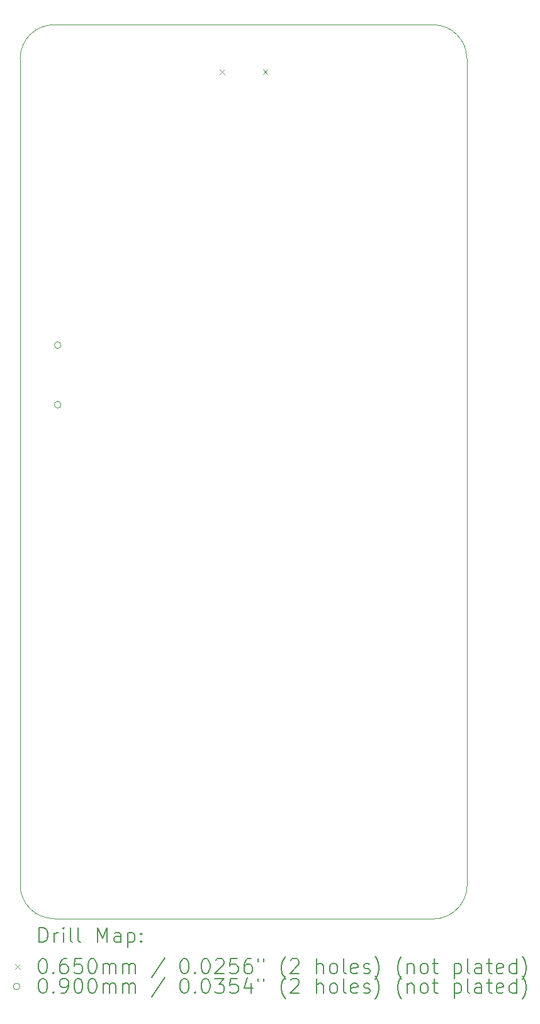
<source format=gbr>
%TF.GenerationSoftware,KiCad,Pcbnew,8.0.3*%
%TF.CreationDate,2025-07-22T23:59:46+01:00*%
%TF.ProjectId,Athena,41746865-6e61-42e6-9b69-6361645f7063,rev?*%
%TF.SameCoordinates,Original*%
%TF.FileFunction,Drillmap*%
%TF.FilePolarity,Positive*%
%FSLAX45Y45*%
G04 Gerber Fmt 4.5, Leading zero omitted, Abs format (unit mm)*
G04 Created by KiCad (PCBNEW 8.0.3) date 2025-07-22 23:59:46*
%MOMM*%
%LPD*%
G01*
G04 APERTURE LIST*
%ADD10C,0.050000*%
%ADD11C,0.200000*%
%ADD12C,0.100000*%
G04 APERTURE END LIST*
D10*
X15100300Y-16459200D02*
X10002520Y-16454120D01*
X10002520Y-16454120D02*
G75*
G02*
X9545883Y-15996991I-2520J454120D01*
G01*
X9545001Y-4897299D02*
G75*
G02*
X9997440Y-4445000I454999J-2701D01*
G01*
X15559195Y-16002065D02*
G75*
G02*
X15100300Y-16459200I-459195J2065D01*
G01*
X15554995Y-4902188D02*
X15559195Y-16002065D01*
X9997440Y-4445000D02*
X15100300Y-4445000D01*
X15100300Y-4445000D02*
G75*
G02*
X15554995Y-4902188I-300J-455000D01*
G01*
X9545883Y-15996991D02*
X9545001Y-4897299D01*
D11*
D12*
X12233500Y-5043000D02*
X12298500Y-5108000D01*
X12298500Y-5043000D02*
X12233500Y-5108000D01*
X12811500Y-5043000D02*
X12876500Y-5108000D01*
X12876500Y-5043000D02*
X12811500Y-5108000D01*
X10095000Y-8750000D02*
G75*
G02*
X10005000Y-8750000I-45000J0D01*
G01*
X10005000Y-8750000D02*
G75*
G02*
X10095000Y-8750000I45000J0D01*
G01*
X10095000Y-9550000D02*
G75*
G02*
X10005000Y-9550000I-45000J0D01*
G01*
X10005000Y-9550000D02*
G75*
G02*
X10095000Y-9550000I45000J0D01*
G01*
D11*
X9803278Y-16773184D02*
X9803278Y-16573184D01*
X9803278Y-16573184D02*
X9850897Y-16573184D01*
X9850897Y-16573184D02*
X9879468Y-16582707D01*
X9879468Y-16582707D02*
X9898516Y-16601755D01*
X9898516Y-16601755D02*
X9908040Y-16620803D01*
X9908040Y-16620803D02*
X9917563Y-16658898D01*
X9917563Y-16658898D02*
X9917563Y-16687469D01*
X9917563Y-16687469D02*
X9908040Y-16725565D01*
X9908040Y-16725565D02*
X9898516Y-16744612D01*
X9898516Y-16744612D02*
X9879468Y-16763660D01*
X9879468Y-16763660D02*
X9850897Y-16773184D01*
X9850897Y-16773184D02*
X9803278Y-16773184D01*
X10003278Y-16773184D02*
X10003278Y-16639850D01*
X10003278Y-16677946D02*
X10012801Y-16658898D01*
X10012801Y-16658898D02*
X10022325Y-16649374D01*
X10022325Y-16649374D02*
X10041373Y-16639850D01*
X10041373Y-16639850D02*
X10060421Y-16639850D01*
X10127087Y-16773184D02*
X10127087Y-16639850D01*
X10127087Y-16573184D02*
X10117563Y-16582707D01*
X10117563Y-16582707D02*
X10127087Y-16592231D01*
X10127087Y-16592231D02*
X10136611Y-16582707D01*
X10136611Y-16582707D02*
X10127087Y-16573184D01*
X10127087Y-16573184D02*
X10127087Y-16592231D01*
X10250897Y-16773184D02*
X10231849Y-16763660D01*
X10231849Y-16763660D02*
X10222325Y-16744612D01*
X10222325Y-16744612D02*
X10222325Y-16573184D01*
X10355659Y-16773184D02*
X10336611Y-16763660D01*
X10336611Y-16763660D02*
X10327087Y-16744612D01*
X10327087Y-16744612D02*
X10327087Y-16573184D01*
X10584230Y-16773184D02*
X10584230Y-16573184D01*
X10584230Y-16573184D02*
X10650897Y-16716041D01*
X10650897Y-16716041D02*
X10717563Y-16573184D01*
X10717563Y-16573184D02*
X10717563Y-16773184D01*
X10898516Y-16773184D02*
X10898516Y-16668422D01*
X10898516Y-16668422D02*
X10888992Y-16649374D01*
X10888992Y-16649374D02*
X10869944Y-16639850D01*
X10869944Y-16639850D02*
X10831849Y-16639850D01*
X10831849Y-16639850D02*
X10812801Y-16649374D01*
X10898516Y-16763660D02*
X10879468Y-16773184D01*
X10879468Y-16773184D02*
X10831849Y-16773184D01*
X10831849Y-16773184D02*
X10812801Y-16763660D01*
X10812801Y-16763660D02*
X10803278Y-16744612D01*
X10803278Y-16744612D02*
X10803278Y-16725565D01*
X10803278Y-16725565D02*
X10812801Y-16706517D01*
X10812801Y-16706517D02*
X10831849Y-16696993D01*
X10831849Y-16696993D02*
X10879468Y-16696993D01*
X10879468Y-16696993D02*
X10898516Y-16687469D01*
X10993754Y-16639850D02*
X10993754Y-16839850D01*
X10993754Y-16649374D02*
X11012801Y-16639850D01*
X11012801Y-16639850D02*
X11050897Y-16639850D01*
X11050897Y-16639850D02*
X11069944Y-16649374D01*
X11069944Y-16649374D02*
X11079468Y-16658898D01*
X11079468Y-16658898D02*
X11088992Y-16677946D01*
X11088992Y-16677946D02*
X11088992Y-16735088D01*
X11088992Y-16735088D02*
X11079468Y-16754136D01*
X11079468Y-16754136D02*
X11069944Y-16763660D01*
X11069944Y-16763660D02*
X11050897Y-16773184D01*
X11050897Y-16773184D02*
X11012801Y-16773184D01*
X11012801Y-16773184D02*
X10993754Y-16763660D01*
X11174706Y-16754136D02*
X11184230Y-16763660D01*
X11184230Y-16763660D02*
X11174706Y-16773184D01*
X11174706Y-16773184D02*
X11165182Y-16763660D01*
X11165182Y-16763660D02*
X11174706Y-16754136D01*
X11174706Y-16754136D02*
X11174706Y-16773184D01*
X11174706Y-16649374D02*
X11184230Y-16658898D01*
X11184230Y-16658898D02*
X11174706Y-16668422D01*
X11174706Y-16668422D02*
X11165182Y-16658898D01*
X11165182Y-16658898D02*
X11174706Y-16649374D01*
X11174706Y-16649374D02*
X11174706Y-16668422D01*
D12*
X9477501Y-17069200D02*
X9542501Y-17134200D01*
X9542501Y-17069200D02*
X9477501Y-17134200D01*
D11*
X9841373Y-16993184D02*
X9860421Y-16993184D01*
X9860421Y-16993184D02*
X9879468Y-17002708D01*
X9879468Y-17002708D02*
X9888992Y-17012231D01*
X9888992Y-17012231D02*
X9898516Y-17031279D01*
X9898516Y-17031279D02*
X9908040Y-17069374D01*
X9908040Y-17069374D02*
X9908040Y-17116993D01*
X9908040Y-17116993D02*
X9898516Y-17155088D01*
X9898516Y-17155088D02*
X9888992Y-17174136D01*
X9888992Y-17174136D02*
X9879468Y-17183660D01*
X9879468Y-17183660D02*
X9860421Y-17193184D01*
X9860421Y-17193184D02*
X9841373Y-17193184D01*
X9841373Y-17193184D02*
X9822325Y-17183660D01*
X9822325Y-17183660D02*
X9812801Y-17174136D01*
X9812801Y-17174136D02*
X9803278Y-17155088D01*
X9803278Y-17155088D02*
X9793754Y-17116993D01*
X9793754Y-17116993D02*
X9793754Y-17069374D01*
X9793754Y-17069374D02*
X9803278Y-17031279D01*
X9803278Y-17031279D02*
X9812801Y-17012231D01*
X9812801Y-17012231D02*
X9822325Y-17002708D01*
X9822325Y-17002708D02*
X9841373Y-16993184D01*
X9993754Y-17174136D02*
X10003278Y-17183660D01*
X10003278Y-17183660D02*
X9993754Y-17193184D01*
X9993754Y-17193184D02*
X9984230Y-17183660D01*
X9984230Y-17183660D02*
X9993754Y-17174136D01*
X9993754Y-17174136D02*
X9993754Y-17193184D01*
X10174706Y-16993184D02*
X10136611Y-16993184D01*
X10136611Y-16993184D02*
X10117563Y-17002708D01*
X10117563Y-17002708D02*
X10108040Y-17012231D01*
X10108040Y-17012231D02*
X10088992Y-17040803D01*
X10088992Y-17040803D02*
X10079468Y-17078898D01*
X10079468Y-17078898D02*
X10079468Y-17155088D01*
X10079468Y-17155088D02*
X10088992Y-17174136D01*
X10088992Y-17174136D02*
X10098516Y-17183660D01*
X10098516Y-17183660D02*
X10117563Y-17193184D01*
X10117563Y-17193184D02*
X10155659Y-17193184D01*
X10155659Y-17193184D02*
X10174706Y-17183660D01*
X10174706Y-17183660D02*
X10184230Y-17174136D01*
X10184230Y-17174136D02*
X10193754Y-17155088D01*
X10193754Y-17155088D02*
X10193754Y-17107469D01*
X10193754Y-17107469D02*
X10184230Y-17088422D01*
X10184230Y-17088422D02*
X10174706Y-17078898D01*
X10174706Y-17078898D02*
X10155659Y-17069374D01*
X10155659Y-17069374D02*
X10117563Y-17069374D01*
X10117563Y-17069374D02*
X10098516Y-17078898D01*
X10098516Y-17078898D02*
X10088992Y-17088422D01*
X10088992Y-17088422D02*
X10079468Y-17107469D01*
X10374706Y-16993184D02*
X10279468Y-16993184D01*
X10279468Y-16993184D02*
X10269944Y-17088422D01*
X10269944Y-17088422D02*
X10279468Y-17078898D01*
X10279468Y-17078898D02*
X10298516Y-17069374D01*
X10298516Y-17069374D02*
X10346135Y-17069374D01*
X10346135Y-17069374D02*
X10365182Y-17078898D01*
X10365182Y-17078898D02*
X10374706Y-17088422D01*
X10374706Y-17088422D02*
X10384230Y-17107469D01*
X10384230Y-17107469D02*
X10384230Y-17155088D01*
X10384230Y-17155088D02*
X10374706Y-17174136D01*
X10374706Y-17174136D02*
X10365182Y-17183660D01*
X10365182Y-17183660D02*
X10346135Y-17193184D01*
X10346135Y-17193184D02*
X10298516Y-17193184D01*
X10298516Y-17193184D02*
X10279468Y-17183660D01*
X10279468Y-17183660D02*
X10269944Y-17174136D01*
X10508040Y-16993184D02*
X10527087Y-16993184D01*
X10527087Y-16993184D02*
X10546135Y-17002708D01*
X10546135Y-17002708D02*
X10555659Y-17012231D01*
X10555659Y-17012231D02*
X10565182Y-17031279D01*
X10565182Y-17031279D02*
X10574706Y-17069374D01*
X10574706Y-17069374D02*
X10574706Y-17116993D01*
X10574706Y-17116993D02*
X10565182Y-17155088D01*
X10565182Y-17155088D02*
X10555659Y-17174136D01*
X10555659Y-17174136D02*
X10546135Y-17183660D01*
X10546135Y-17183660D02*
X10527087Y-17193184D01*
X10527087Y-17193184D02*
X10508040Y-17193184D01*
X10508040Y-17193184D02*
X10488992Y-17183660D01*
X10488992Y-17183660D02*
X10479468Y-17174136D01*
X10479468Y-17174136D02*
X10469944Y-17155088D01*
X10469944Y-17155088D02*
X10460421Y-17116993D01*
X10460421Y-17116993D02*
X10460421Y-17069374D01*
X10460421Y-17069374D02*
X10469944Y-17031279D01*
X10469944Y-17031279D02*
X10479468Y-17012231D01*
X10479468Y-17012231D02*
X10488992Y-17002708D01*
X10488992Y-17002708D02*
X10508040Y-16993184D01*
X10660421Y-17193184D02*
X10660421Y-17059850D01*
X10660421Y-17078898D02*
X10669944Y-17069374D01*
X10669944Y-17069374D02*
X10688992Y-17059850D01*
X10688992Y-17059850D02*
X10717563Y-17059850D01*
X10717563Y-17059850D02*
X10736611Y-17069374D01*
X10736611Y-17069374D02*
X10746135Y-17088422D01*
X10746135Y-17088422D02*
X10746135Y-17193184D01*
X10746135Y-17088422D02*
X10755659Y-17069374D01*
X10755659Y-17069374D02*
X10774706Y-17059850D01*
X10774706Y-17059850D02*
X10803278Y-17059850D01*
X10803278Y-17059850D02*
X10822325Y-17069374D01*
X10822325Y-17069374D02*
X10831849Y-17088422D01*
X10831849Y-17088422D02*
X10831849Y-17193184D01*
X10927087Y-17193184D02*
X10927087Y-17059850D01*
X10927087Y-17078898D02*
X10936611Y-17069374D01*
X10936611Y-17069374D02*
X10955659Y-17059850D01*
X10955659Y-17059850D02*
X10984230Y-17059850D01*
X10984230Y-17059850D02*
X11003278Y-17069374D01*
X11003278Y-17069374D02*
X11012802Y-17088422D01*
X11012802Y-17088422D02*
X11012802Y-17193184D01*
X11012802Y-17088422D02*
X11022325Y-17069374D01*
X11022325Y-17069374D02*
X11041373Y-17059850D01*
X11041373Y-17059850D02*
X11069944Y-17059850D01*
X11069944Y-17059850D02*
X11088992Y-17069374D01*
X11088992Y-17069374D02*
X11098516Y-17088422D01*
X11098516Y-17088422D02*
X11098516Y-17193184D01*
X11488992Y-16983660D02*
X11317563Y-17240803D01*
X11746135Y-16993184D02*
X11765183Y-16993184D01*
X11765183Y-16993184D02*
X11784230Y-17002708D01*
X11784230Y-17002708D02*
X11793754Y-17012231D01*
X11793754Y-17012231D02*
X11803278Y-17031279D01*
X11803278Y-17031279D02*
X11812802Y-17069374D01*
X11812802Y-17069374D02*
X11812802Y-17116993D01*
X11812802Y-17116993D02*
X11803278Y-17155088D01*
X11803278Y-17155088D02*
X11793754Y-17174136D01*
X11793754Y-17174136D02*
X11784230Y-17183660D01*
X11784230Y-17183660D02*
X11765183Y-17193184D01*
X11765183Y-17193184D02*
X11746135Y-17193184D01*
X11746135Y-17193184D02*
X11727087Y-17183660D01*
X11727087Y-17183660D02*
X11717563Y-17174136D01*
X11717563Y-17174136D02*
X11708040Y-17155088D01*
X11708040Y-17155088D02*
X11698516Y-17116993D01*
X11698516Y-17116993D02*
X11698516Y-17069374D01*
X11698516Y-17069374D02*
X11708040Y-17031279D01*
X11708040Y-17031279D02*
X11717563Y-17012231D01*
X11717563Y-17012231D02*
X11727087Y-17002708D01*
X11727087Y-17002708D02*
X11746135Y-16993184D01*
X11898516Y-17174136D02*
X11908040Y-17183660D01*
X11908040Y-17183660D02*
X11898516Y-17193184D01*
X11898516Y-17193184D02*
X11888992Y-17183660D01*
X11888992Y-17183660D02*
X11898516Y-17174136D01*
X11898516Y-17174136D02*
X11898516Y-17193184D01*
X12031849Y-16993184D02*
X12050897Y-16993184D01*
X12050897Y-16993184D02*
X12069944Y-17002708D01*
X12069944Y-17002708D02*
X12079468Y-17012231D01*
X12079468Y-17012231D02*
X12088992Y-17031279D01*
X12088992Y-17031279D02*
X12098516Y-17069374D01*
X12098516Y-17069374D02*
X12098516Y-17116993D01*
X12098516Y-17116993D02*
X12088992Y-17155088D01*
X12088992Y-17155088D02*
X12079468Y-17174136D01*
X12079468Y-17174136D02*
X12069944Y-17183660D01*
X12069944Y-17183660D02*
X12050897Y-17193184D01*
X12050897Y-17193184D02*
X12031849Y-17193184D01*
X12031849Y-17193184D02*
X12012802Y-17183660D01*
X12012802Y-17183660D02*
X12003278Y-17174136D01*
X12003278Y-17174136D02*
X11993754Y-17155088D01*
X11993754Y-17155088D02*
X11984230Y-17116993D01*
X11984230Y-17116993D02*
X11984230Y-17069374D01*
X11984230Y-17069374D02*
X11993754Y-17031279D01*
X11993754Y-17031279D02*
X12003278Y-17012231D01*
X12003278Y-17012231D02*
X12012802Y-17002708D01*
X12012802Y-17002708D02*
X12031849Y-16993184D01*
X12174706Y-17012231D02*
X12184230Y-17002708D01*
X12184230Y-17002708D02*
X12203278Y-16993184D01*
X12203278Y-16993184D02*
X12250897Y-16993184D01*
X12250897Y-16993184D02*
X12269944Y-17002708D01*
X12269944Y-17002708D02*
X12279468Y-17012231D01*
X12279468Y-17012231D02*
X12288992Y-17031279D01*
X12288992Y-17031279D02*
X12288992Y-17050327D01*
X12288992Y-17050327D02*
X12279468Y-17078898D01*
X12279468Y-17078898D02*
X12165183Y-17193184D01*
X12165183Y-17193184D02*
X12288992Y-17193184D01*
X12469944Y-16993184D02*
X12374706Y-16993184D01*
X12374706Y-16993184D02*
X12365183Y-17088422D01*
X12365183Y-17088422D02*
X12374706Y-17078898D01*
X12374706Y-17078898D02*
X12393754Y-17069374D01*
X12393754Y-17069374D02*
X12441373Y-17069374D01*
X12441373Y-17069374D02*
X12460421Y-17078898D01*
X12460421Y-17078898D02*
X12469944Y-17088422D01*
X12469944Y-17088422D02*
X12479468Y-17107469D01*
X12479468Y-17107469D02*
X12479468Y-17155088D01*
X12479468Y-17155088D02*
X12469944Y-17174136D01*
X12469944Y-17174136D02*
X12460421Y-17183660D01*
X12460421Y-17183660D02*
X12441373Y-17193184D01*
X12441373Y-17193184D02*
X12393754Y-17193184D01*
X12393754Y-17193184D02*
X12374706Y-17183660D01*
X12374706Y-17183660D02*
X12365183Y-17174136D01*
X12650897Y-16993184D02*
X12612802Y-16993184D01*
X12612802Y-16993184D02*
X12593754Y-17002708D01*
X12593754Y-17002708D02*
X12584230Y-17012231D01*
X12584230Y-17012231D02*
X12565183Y-17040803D01*
X12565183Y-17040803D02*
X12555659Y-17078898D01*
X12555659Y-17078898D02*
X12555659Y-17155088D01*
X12555659Y-17155088D02*
X12565183Y-17174136D01*
X12565183Y-17174136D02*
X12574706Y-17183660D01*
X12574706Y-17183660D02*
X12593754Y-17193184D01*
X12593754Y-17193184D02*
X12631849Y-17193184D01*
X12631849Y-17193184D02*
X12650897Y-17183660D01*
X12650897Y-17183660D02*
X12660421Y-17174136D01*
X12660421Y-17174136D02*
X12669944Y-17155088D01*
X12669944Y-17155088D02*
X12669944Y-17107469D01*
X12669944Y-17107469D02*
X12660421Y-17088422D01*
X12660421Y-17088422D02*
X12650897Y-17078898D01*
X12650897Y-17078898D02*
X12631849Y-17069374D01*
X12631849Y-17069374D02*
X12593754Y-17069374D01*
X12593754Y-17069374D02*
X12574706Y-17078898D01*
X12574706Y-17078898D02*
X12565183Y-17088422D01*
X12565183Y-17088422D02*
X12555659Y-17107469D01*
X12746135Y-16993184D02*
X12746135Y-17031279D01*
X12822325Y-16993184D02*
X12822325Y-17031279D01*
X13117564Y-17269374D02*
X13108040Y-17259850D01*
X13108040Y-17259850D02*
X13088992Y-17231279D01*
X13088992Y-17231279D02*
X13079468Y-17212231D01*
X13079468Y-17212231D02*
X13069945Y-17183660D01*
X13069945Y-17183660D02*
X13060421Y-17136041D01*
X13060421Y-17136041D02*
X13060421Y-17097946D01*
X13060421Y-17097946D02*
X13069945Y-17050327D01*
X13069945Y-17050327D02*
X13079468Y-17021755D01*
X13079468Y-17021755D02*
X13088992Y-17002708D01*
X13088992Y-17002708D02*
X13108040Y-16974136D01*
X13108040Y-16974136D02*
X13117564Y-16964612D01*
X13184230Y-17012231D02*
X13193754Y-17002708D01*
X13193754Y-17002708D02*
X13212802Y-16993184D01*
X13212802Y-16993184D02*
X13260421Y-16993184D01*
X13260421Y-16993184D02*
X13279468Y-17002708D01*
X13279468Y-17002708D02*
X13288992Y-17012231D01*
X13288992Y-17012231D02*
X13298516Y-17031279D01*
X13298516Y-17031279D02*
X13298516Y-17050327D01*
X13298516Y-17050327D02*
X13288992Y-17078898D01*
X13288992Y-17078898D02*
X13174706Y-17193184D01*
X13174706Y-17193184D02*
X13298516Y-17193184D01*
X13536611Y-17193184D02*
X13536611Y-16993184D01*
X13622326Y-17193184D02*
X13622326Y-17088422D01*
X13622326Y-17088422D02*
X13612802Y-17069374D01*
X13612802Y-17069374D02*
X13593754Y-17059850D01*
X13593754Y-17059850D02*
X13565183Y-17059850D01*
X13565183Y-17059850D02*
X13546135Y-17069374D01*
X13546135Y-17069374D02*
X13536611Y-17078898D01*
X13746135Y-17193184D02*
X13727087Y-17183660D01*
X13727087Y-17183660D02*
X13717564Y-17174136D01*
X13717564Y-17174136D02*
X13708040Y-17155088D01*
X13708040Y-17155088D02*
X13708040Y-17097946D01*
X13708040Y-17097946D02*
X13717564Y-17078898D01*
X13717564Y-17078898D02*
X13727087Y-17069374D01*
X13727087Y-17069374D02*
X13746135Y-17059850D01*
X13746135Y-17059850D02*
X13774707Y-17059850D01*
X13774707Y-17059850D02*
X13793754Y-17069374D01*
X13793754Y-17069374D02*
X13803278Y-17078898D01*
X13803278Y-17078898D02*
X13812802Y-17097946D01*
X13812802Y-17097946D02*
X13812802Y-17155088D01*
X13812802Y-17155088D02*
X13803278Y-17174136D01*
X13803278Y-17174136D02*
X13793754Y-17183660D01*
X13793754Y-17183660D02*
X13774707Y-17193184D01*
X13774707Y-17193184D02*
X13746135Y-17193184D01*
X13927087Y-17193184D02*
X13908040Y-17183660D01*
X13908040Y-17183660D02*
X13898516Y-17164612D01*
X13898516Y-17164612D02*
X13898516Y-16993184D01*
X14079468Y-17183660D02*
X14060421Y-17193184D01*
X14060421Y-17193184D02*
X14022326Y-17193184D01*
X14022326Y-17193184D02*
X14003278Y-17183660D01*
X14003278Y-17183660D02*
X13993754Y-17164612D01*
X13993754Y-17164612D02*
X13993754Y-17088422D01*
X13993754Y-17088422D02*
X14003278Y-17069374D01*
X14003278Y-17069374D02*
X14022326Y-17059850D01*
X14022326Y-17059850D02*
X14060421Y-17059850D01*
X14060421Y-17059850D02*
X14079468Y-17069374D01*
X14079468Y-17069374D02*
X14088992Y-17088422D01*
X14088992Y-17088422D02*
X14088992Y-17107469D01*
X14088992Y-17107469D02*
X13993754Y-17126517D01*
X14165183Y-17183660D02*
X14184230Y-17193184D01*
X14184230Y-17193184D02*
X14222326Y-17193184D01*
X14222326Y-17193184D02*
X14241373Y-17183660D01*
X14241373Y-17183660D02*
X14250897Y-17164612D01*
X14250897Y-17164612D02*
X14250897Y-17155088D01*
X14250897Y-17155088D02*
X14241373Y-17136041D01*
X14241373Y-17136041D02*
X14222326Y-17126517D01*
X14222326Y-17126517D02*
X14193754Y-17126517D01*
X14193754Y-17126517D02*
X14174707Y-17116993D01*
X14174707Y-17116993D02*
X14165183Y-17097946D01*
X14165183Y-17097946D02*
X14165183Y-17088422D01*
X14165183Y-17088422D02*
X14174707Y-17069374D01*
X14174707Y-17069374D02*
X14193754Y-17059850D01*
X14193754Y-17059850D02*
X14222326Y-17059850D01*
X14222326Y-17059850D02*
X14241373Y-17069374D01*
X14317564Y-17269374D02*
X14327088Y-17259850D01*
X14327088Y-17259850D02*
X14346135Y-17231279D01*
X14346135Y-17231279D02*
X14355659Y-17212231D01*
X14355659Y-17212231D02*
X14365183Y-17183660D01*
X14365183Y-17183660D02*
X14374707Y-17136041D01*
X14374707Y-17136041D02*
X14374707Y-17097946D01*
X14374707Y-17097946D02*
X14365183Y-17050327D01*
X14365183Y-17050327D02*
X14355659Y-17021755D01*
X14355659Y-17021755D02*
X14346135Y-17002708D01*
X14346135Y-17002708D02*
X14327088Y-16974136D01*
X14327088Y-16974136D02*
X14317564Y-16964612D01*
X14679469Y-17269374D02*
X14669945Y-17259850D01*
X14669945Y-17259850D02*
X14650897Y-17231279D01*
X14650897Y-17231279D02*
X14641373Y-17212231D01*
X14641373Y-17212231D02*
X14631849Y-17183660D01*
X14631849Y-17183660D02*
X14622326Y-17136041D01*
X14622326Y-17136041D02*
X14622326Y-17097946D01*
X14622326Y-17097946D02*
X14631849Y-17050327D01*
X14631849Y-17050327D02*
X14641373Y-17021755D01*
X14641373Y-17021755D02*
X14650897Y-17002708D01*
X14650897Y-17002708D02*
X14669945Y-16974136D01*
X14669945Y-16974136D02*
X14679469Y-16964612D01*
X14755659Y-17059850D02*
X14755659Y-17193184D01*
X14755659Y-17078898D02*
X14765183Y-17069374D01*
X14765183Y-17069374D02*
X14784230Y-17059850D01*
X14784230Y-17059850D02*
X14812802Y-17059850D01*
X14812802Y-17059850D02*
X14831849Y-17069374D01*
X14831849Y-17069374D02*
X14841373Y-17088422D01*
X14841373Y-17088422D02*
X14841373Y-17193184D01*
X14965183Y-17193184D02*
X14946135Y-17183660D01*
X14946135Y-17183660D02*
X14936611Y-17174136D01*
X14936611Y-17174136D02*
X14927088Y-17155088D01*
X14927088Y-17155088D02*
X14927088Y-17097946D01*
X14927088Y-17097946D02*
X14936611Y-17078898D01*
X14936611Y-17078898D02*
X14946135Y-17069374D01*
X14946135Y-17069374D02*
X14965183Y-17059850D01*
X14965183Y-17059850D02*
X14993754Y-17059850D01*
X14993754Y-17059850D02*
X15012802Y-17069374D01*
X15012802Y-17069374D02*
X15022326Y-17078898D01*
X15022326Y-17078898D02*
X15031849Y-17097946D01*
X15031849Y-17097946D02*
X15031849Y-17155088D01*
X15031849Y-17155088D02*
X15022326Y-17174136D01*
X15022326Y-17174136D02*
X15012802Y-17183660D01*
X15012802Y-17183660D02*
X14993754Y-17193184D01*
X14993754Y-17193184D02*
X14965183Y-17193184D01*
X15088992Y-17059850D02*
X15165183Y-17059850D01*
X15117564Y-16993184D02*
X15117564Y-17164612D01*
X15117564Y-17164612D02*
X15127088Y-17183660D01*
X15127088Y-17183660D02*
X15146135Y-17193184D01*
X15146135Y-17193184D02*
X15165183Y-17193184D01*
X15384230Y-17059850D02*
X15384230Y-17259850D01*
X15384230Y-17069374D02*
X15403278Y-17059850D01*
X15403278Y-17059850D02*
X15441373Y-17059850D01*
X15441373Y-17059850D02*
X15460421Y-17069374D01*
X15460421Y-17069374D02*
X15469945Y-17078898D01*
X15469945Y-17078898D02*
X15479469Y-17097946D01*
X15479469Y-17097946D02*
X15479469Y-17155088D01*
X15479469Y-17155088D02*
X15469945Y-17174136D01*
X15469945Y-17174136D02*
X15460421Y-17183660D01*
X15460421Y-17183660D02*
X15441373Y-17193184D01*
X15441373Y-17193184D02*
X15403278Y-17193184D01*
X15403278Y-17193184D02*
X15384230Y-17183660D01*
X15593754Y-17193184D02*
X15574707Y-17183660D01*
X15574707Y-17183660D02*
X15565183Y-17164612D01*
X15565183Y-17164612D02*
X15565183Y-16993184D01*
X15755659Y-17193184D02*
X15755659Y-17088422D01*
X15755659Y-17088422D02*
X15746135Y-17069374D01*
X15746135Y-17069374D02*
X15727088Y-17059850D01*
X15727088Y-17059850D02*
X15688992Y-17059850D01*
X15688992Y-17059850D02*
X15669945Y-17069374D01*
X15755659Y-17183660D02*
X15736611Y-17193184D01*
X15736611Y-17193184D02*
X15688992Y-17193184D01*
X15688992Y-17193184D02*
X15669945Y-17183660D01*
X15669945Y-17183660D02*
X15660421Y-17164612D01*
X15660421Y-17164612D02*
X15660421Y-17145565D01*
X15660421Y-17145565D02*
X15669945Y-17126517D01*
X15669945Y-17126517D02*
X15688992Y-17116993D01*
X15688992Y-17116993D02*
X15736611Y-17116993D01*
X15736611Y-17116993D02*
X15755659Y-17107469D01*
X15822326Y-17059850D02*
X15898516Y-17059850D01*
X15850897Y-16993184D02*
X15850897Y-17164612D01*
X15850897Y-17164612D02*
X15860421Y-17183660D01*
X15860421Y-17183660D02*
X15879469Y-17193184D01*
X15879469Y-17193184D02*
X15898516Y-17193184D01*
X16041373Y-17183660D02*
X16022326Y-17193184D01*
X16022326Y-17193184D02*
X15984230Y-17193184D01*
X15984230Y-17193184D02*
X15965183Y-17183660D01*
X15965183Y-17183660D02*
X15955659Y-17164612D01*
X15955659Y-17164612D02*
X15955659Y-17088422D01*
X15955659Y-17088422D02*
X15965183Y-17069374D01*
X15965183Y-17069374D02*
X15984230Y-17059850D01*
X15984230Y-17059850D02*
X16022326Y-17059850D01*
X16022326Y-17059850D02*
X16041373Y-17069374D01*
X16041373Y-17069374D02*
X16050897Y-17088422D01*
X16050897Y-17088422D02*
X16050897Y-17107469D01*
X16050897Y-17107469D02*
X15955659Y-17126517D01*
X16222326Y-17193184D02*
X16222326Y-16993184D01*
X16222326Y-17183660D02*
X16203278Y-17193184D01*
X16203278Y-17193184D02*
X16165183Y-17193184D01*
X16165183Y-17193184D02*
X16146135Y-17183660D01*
X16146135Y-17183660D02*
X16136611Y-17174136D01*
X16136611Y-17174136D02*
X16127088Y-17155088D01*
X16127088Y-17155088D02*
X16127088Y-17097946D01*
X16127088Y-17097946D02*
X16136611Y-17078898D01*
X16136611Y-17078898D02*
X16146135Y-17069374D01*
X16146135Y-17069374D02*
X16165183Y-17059850D01*
X16165183Y-17059850D02*
X16203278Y-17059850D01*
X16203278Y-17059850D02*
X16222326Y-17069374D01*
X16298516Y-17269374D02*
X16308040Y-17259850D01*
X16308040Y-17259850D02*
X16327088Y-17231279D01*
X16327088Y-17231279D02*
X16336611Y-17212231D01*
X16336611Y-17212231D02*
X16346135Y-17183660D01*
X16346135Y-17183660D02*
X16355659Y-17136041D01*
X16355659Y-17136041D02*
X16355659Y-17097946D01*
X16355659Y-17097946D02*
X16346135Y-17050327D01*
X16346135Y-17050327D02*
X16336611Y-17021755D01*
X16336611Y-17021755D02*
X16327088Y-17002708D01*
X16327088Y-17002708D02*
X16308040Y-16974136D01*
X16308040Y-16974136D02*
X16298516Y-16964612D01*
D12*
X9542501Y-17365700D02*
G75*
G02*
X9452501Y-17365700I-45000J0D01*
G01*
X9452501Y-17365700D02*
G75*
G02*
X9542501Y-17365700I45000J0D01*
G01*
D11*
X9841373Y-17257184D02*
X9860421Y-17257184D01*
X9860421Y-17257184D02*
X9879468Y-17266708D01*
X9879468Y-17266708D02*
X9888992Y-17276231D01*
X9888992Y-17276231D02*
X9898516Y-17295279D01*
X9898516Y-17295279D02*
X9908040Y-17333374D01*
X9908040Y-17333374D02*
X9908040Y-17380993D01*
X9908040Y-17380993D02*
X9898516Y-17419088D01*
X9898516Y-17419088D02*
X9888992Y-17438136D01*
X9888992Y-17438136D02*
X9879468Y-17447660D01*
X9879468Y-17447660D02*
X9860421Y-17457184D01*
X9860421Y-17457184D02*
X9841373Y-17457184D01*
X9841373Y-17457184D02*
X9822325Y-17447660D01*
X9822325Y-17447660D02*
X9812801Y-17438136D01*
X9812801Y-17438136D02*
X9803278Y-17419088D01*
X9803278Y-17419088D02*
X9793754Y-17380993D01*
X9793754Y-17380993D02*
X9793754Y-17333374D01*
X9793754Y-17333374D02*
X9803278Y-17295279D01*
X9803278Y-17295279D02*
X9812801Y-17276231D01*
X9812801Y-17276231D02*
X9822325Y-17266708D01*
X9822325Y-17266708D02*
X9841373Y-17257184D01*
X9993754Y-17438136D02*
X10003278Y-17447660D01*
X10003278Y-17447660D02*
X9993754Y-17457184D01*
X9993754Y-17457184D02*
X9984230Y-17447660D01*
X9984230Y-17447660D02*
X9993754Y-17438136D01*
X9993754Y-17438136D02*
X9993754Y-17457184D01*
X10098516Y-17457184D02*
X10136611Y-17457184D01*
X10136611Y-17457184D02*
X10155659Y-17447660D01*
X10155659Y-17447660D02*
X10165182Y-17438136D01*
X10165182Y-17438136D02*
X10184230Y-17409565D01*
X10184230Y-17409565D02*
X10193754Y-17371469D01*
X10193754Y-17371469D02*
X10193754Y-17295279D01*
X10193754Y-17295279D02*
X10184230Y-17276231D01*
X10184230Y-17276231D02*
X10174706Y-17266708D01*
X10174706Y-17266708D02*
X10155659Y-17257184D01*
X10155659Y-17257184D02*
X10117563Y-17257184D01*
X10117563Y-17257184D02*
X10098516Y-17266708D01*
X10098516Y-17266708D02*
X10088992Y-17276231D01*
X10088992Y-17276231D02*
X10079468Y-17295279D01*
X10079468Y-17295279D02*
X10079468Y-17342898D01*
X10079468Y-17342898D02*
X10088992Y-17361946D01*
X10088992Y-17361946D02*
X10098516Y-17371469D01*
X10098516Y-17371469D02*
X10117563Y-17380993D01*
X10117563Y-17380993D02*
X10155659Y-17380993D01*
X10155659Y-17380993D02*
X10174706Y-17371469D01*
X10174706Y-17371469D02*
X10184230Y-17361946D01*
X10184230Y-17361946D02*
X10193754Y-17342898D01*
X10317563Y-17257184D02*
X10336611Y-17257184D01*
X10336611Y-17257184D02*
X10355659Y-17266708D01*
X10355659Y-17266708D02*
X10365182Y-17276231D01*
X10365182Y-17276231D02*
X10374706Y-17295279D01*
X10374706Y-17295279D02*
X10384230Y-17333374D01*
X10384230Y-17333374D02*
X10384230Y-17380993D01*
X10384230Y-17380993D02*
X10374706Y-17419088D01*
X10374706Y-17419088D02*
X10365182Y-17438136D01*
X10365182Y-17438136D02*
X10355659Y-17447660D01*
X10355659Y-17447660D02*
X10336611Y-17457184D01*
X10336611Y-17457184D02*
X10317563Y-17457184D01*
X10317563Y-17457184D02*
X10298516Y-17447660D01*
X10298516Y-17447660D02*
X10288992Y-17438136D01*
X10288992Y-17438136D02*
X10279468Y-17419088D01*
X10279468Y-17419088D02*
X10269944Y-17380993D01*
X10269944Y-17380993D02*
X10269944Y-17333374D01*
X10269944Y-17333374D02*
X10279468Y-17295279D01*
X10279468Y-17295279D02*
X10288992Y-17276231D01*
X10288992Y-17276231D02*
X10298516Y-17266708D01*
X10298516Y-17266708D02*
X10317563Y-17257184D01*
X10508040Y-17257184D02*
X10527087Y-17257184D01*
X10527087Y-17257184D02*
X10546135Y-17266708D01*
X10546135Y-17266708D02*
X10555659Y-17276231D01*
X10555659Y-17276231D02*
X10565182Y-17295279D01*
X10565182Y-17295279D02*
X10574706Y-17333374D01*
X10574706Y-17333374D02*
X10574706Y-17380993D01*
X10574706Y-17380993D02*
X10565182Y-17419088D01*
X10565182Y-17419088D02*
X10555659Y-17438136D01*
X10555659Y-17438136D02*
X10546135Y-17447660D01*
X10546135Y-17447660D02*
X10527087Y-17457184D01*
X10527087Y-17457184D02*
X10508040Y-17457184D01*
X10508040Y-17457184D02*
X10488992Y-17447660D01*
X10488992Y-17447660D02*
X10479468Y-17438136D01*
X10479468Y-17438136D02*
X10469944Y-17419088D01*
X10469944Y-17419088D02*
X10460421Y-17380993D01*
X10460421Y-17380993D02*
X10460421Y-17333374D01*
X10460421Y-17333374D02*
X10469944Y-17295279D01*
X10469944Y-17295279D02*
X10479468Y-17276231D01*
X10479468Y-17276231D02*
X10488992Y-17266708D01*
X10488992Y-17266708D02*
X10508040Y-17257184D01*
X10660421Y-17457184D02*
X10660421Y-17323850D01*
X10660421Y-17342898D02*
X10669944Y-17333374D01*
X10669944Y-17333374D02*
X10688992Y-17323850D01*
X10688992Y-17323850D02*
X10717563Y-17323850D01*
X10717563Y-17323850D02*
X10736611Y-17333374D01*
X10736611Y-17333374D02*
X10746135Y-17352422D01*
X10746135Y-17352422D02*
X10746135Y-17457184D01*
X10746135Y-17352422D02*
X10755659Y-17333374D01*
X10755659Y-17333374D02*
X10774706Y-17323850D01*
X10774706Y-17323850D02*
X10803278Y-17323850D01*
X10803278Y-17323850D02*
X10822325Y-17333374D01*
X10822325Y-17333374D02*
X10831849Y-17352422D01*
X10831849Y-17352422D02*
X10831849Y-17457184D01*
X10927087Y-17457184D02*
X10927087Y-17323850D01*
X10927087Y-17342898D02*
X10936611Y-17333374D01*
X10936611Y-17333374D02*
X10955659Y-17323850D01*
X10955659Y-17323850D02*
X10984230Y-17323850D01*
X10984230Y-17323850D02*
X11003278Y-17333374D01*
X11003278Y-17333374D02*
X11012802Y-17352422D01*
X11012802Y-17352422D02*
X11012802Y-17457184D01*
X11012802Y-17352422D02*
X11022325Y-17333374D01*
X11022325Y-17333374D02*
X11041373Y-17323850D01*
X11041373Y-17323850D02*
X11069944Y-17323850D01*
X11069944Y-17323850D02*
X11088992Y-17333374D01*
X11088992Y-17333374D02*
X11098516Y-17352422D01*
X11098516Y-17352422D02*
X11098516Y-17457184D01*
X11488992Y-17247660D02*
X11317563Y-17504803D01*
X11746135Y-17257184D02*
X11765183Y-17257184D01*
X11765183Y-17257184D02*
X11784230Y-17266708D01*
X11784230Y-17266708D02*
X11793754Y-17276231D01*
X11793754Y-17276231D02*
X11803278Y-17295279D01*
X11803278Y-17295279D02*
X11812802Y-17333374D01*
X11812802Y-17333374D02*
X11812802Y-17380993D01*
X11812802Y-17380993D02*
X11803278Y-17419088D01*
X11803278Y-17419088D02*
X11793754Y-17438136D01*
X11793754Y-17438136D02*
X11784230Y-17447660D01*
X11784230Y-17447660D02*
X11765183Y-17457184D01*
X11765183Y-17457184D02*
X11746135Y-17457184D01*
X11746135Y-17457184D02*
X11727087Y-17447660D01*
X11727087Y-17447660D02*
X11717563Y-17438136D01*
X11717563Y-17438136D02*
X11708040Y-17419088D01*
X11708040Y-17419088D02*
X11698516Y-17380993D01*
X11698516Y-17380993D02*
X11698516Y-17333374D01*
X11698516Y-17333374D02*
X11708040Y-17295279D01*
X11708040Y-17295279D02*
X11717563Y-17276231D01*
X11717563Y-17276231D02*
X11727087Y-17266708D01*
X11727087Y-17266708D02*
X11746135Y-17257184D01*
X11898516Y-17438136D02*
X11908040Y-17447660D01*
X11908040Y-17447660D02*
X11898516Y-17457184D01*
X11898516Y-17457184D02*
X11888992Y-17447660D01*
X11888992Y-17447660D02*
X11898516Y-17438136D01*
X11898516Y-17438136D02*
X11898516Y-17457184D01*
X12031849Y-17257184D02*
X12050897Y-17257184D01*
X12050897Y-17257184D02*
X12069944Y-17266708D01*
X12069944Y-17266708D02*
X12079468Y-17276231D01*
X12079468Y-17276231D02*
X12088992Y-17295279D01*
X12088992Y-17295279D02*
X12098516Y-17333374D01*
X12098516Y-17333374D02*
X12098516Y-17380993D01*
X12098516Y-17380993D02*
X12088992Y-17419088D01*
X12088992Y-17419088D02*
X12079468Y-17438136D01*
X12079468Y-17438136D02*
X12069944Y-17447660D01*
X12069944Y-17447660D02*
X12050897Y-17457184D01*
X12050897Y-17457184D02*
X12031849Y-17457184D01*
X12031849Y-17457184D02*
X12012802Y-17447660D01*
X12012802Y-17447660D02*
X12003278Y-17438136D01*
X12003278Y-17438136D02*
X11993754Y-17419088D01*
X11993754Y-17419088D02*
X11984230Y-17380993D01*
X11984230Y-17380993D02*
X11984230Y-17333374D01*
X11984230Y-17333374D02*
X11993754Y-17295279D01*
X11993754Y-17295279D02*
X12003278Y-17276231D01*
X12003278Y-17276231D02*
X12012802Y-17266708D01*
X12012802Y-17266708D02*
X12031849Y-17257184D01*
X12165183Y-17257184D02*
X12288992Y-17257184D01*
X12288992Y-17257184D02*
X12222325Y-17333374D01*
X12222325Y-17333374D02*
X12250897Y-17333374D01*
X12250897Y-17333374D02*
X12269944Y-17342898D01*
X12269944Y-17342898D02*
X12279468Y-17352422D01*
X12279468Y-17352422D02*
X12288992Y-17371469D01*
X12288992Y-17371469D02*
X12288992Y-17419088D01*
X12288992Y-17419088D02*
X12279468Y-17438136D01*
X12279468Y-17438136D02*
X12269944Y-17447660D01*
X12269944Y-17447660D02*
X12250897Y-17457184D01*
X12250897Y-17457184D02*
X12193754Y-17457184D01*
X12193754Y-17457184D02*
X12174706Y-17447660D01*
X12174706Y-17447660D02*
X12165183Y-17438136D01*
X12469944Y-17257184D02*
X12374706Y-17257184D01*
X12374706Y-17257184D02*
X12365183Y-17352422D01*
X12365183Y-17352422D02*
X12374706Y-17342898D01*
X12374706Y-17342898D02*
X12393754Y-17333374D01*
X12393754Y-17333374D02*
X12441373Y-17333374D01*
X12441373Y-17333374D02*
X12460421Y-17342898D01*
X12460421Y-17342898D02*
X12469944Y-17352422D01*
X12469944Y-17352422D02*
X12479468Y-17371469D01*
X12479468Y-17371469D02*
X12479468Y-17419088D01*
X12479468Y-17419088D02*
X12469944Y-17438136D01*
X12469944Y-17438136D02*
X12460421Y-17447660D01*
X12460421Y-17447660D02*
X12441373Y-17457184D01*
X12441373Y-17457184D02*
X12393754Y-17457184D01*
X12393754Y-17457184D02*
X12374706Y-17447660D01*
X12374706Y-17447660D02*
X12365183Y-17438136D01*
X12650897Y-17323850D02*
X12650897Y-17457184D01*
X12603278Y-17247660D02*
X12555659Y-17390517D01*
X12555659Y-17390517D02*
X12679468Y-17390517D01*
X12746135Y-17257184D02*
X12746135Y-17295279D01*
X12822325Y-17257184D02*
X12822325Y-17295279D01*
X13117564Y-17533374D02*
X13108040Y-17523850D01*
X13108040Y-17523850D02*
X13088992Y-17495279D01*
X13088992Y-17495279D02*
X13079468Y-17476231D01*
X13079468Y-17476231D02*
X13069945Y-17447660D01*
X13069945Y-17447660D02*
X13060421Y-17400041D01*
X13060421Y-17400041D02*
X13060421Y-17361946D01*
X13060421Y-17361946D02*
X13069945Y-17314327D01*
X13069945Y-17314327D02*
X13079468Y-17285755D01*
X13079468Y-17285755D02*
X13088992Y-17266708D01*
X13088992Y-17266708D02*
X13108040Y-17238136D01*
X13108040Y-17238136D02*
X13117564Y-17228612D01*
X13184230Y-17276231D02*
X13193754Y-17266708D01*
X13193754Y-17266708D02*
X13212802Y-17257184D01*
X13212802Y-17257184D02*
X13260421Y-17257184D01*
X13260421Y-17257184D02*
X13279468Y-17266708D01*
X13279468Y-17266708D02*
X13288992Y-17276231D01*
X13288992Y-17276231D02*
X13298516Y-17295279D01*
X13298516Y-17295279D02*
X13298516Y-17314327D01*
X13298516Y-17314327D02*
X13288992Y-17342898D01*
X13288992Y-17342898D02*
X13174706Y-17457184D01*
X13174706Y-17457184D02*
X13298516Y-17457184D01*
X13536611Y-17457184D02*
X13536611Y-17257184D01*
X13622326Y-17457184D02*
X13622326Y-17352422D01*
X13622326Y-17352422D02*
X13612802Y-17333374D01*
X13612802Y-17333374D02*
X13593754Y-17323850D01*
X13593754Y-17323850D02*
X13565183Y-17323850D01*
X13565183Y-17323850D02*
X13546135Y-17333374D01*
X13546135Y-17333374D02*
X13536611Y-17342898D01*
X13746135Y-17457184D02*
X13727087Y-17447660D01*
X13727087Y-17447660D02*
X13717564Y-17438136D01*
X13717564Y-17438136D02*
X13708040Y-17419088D01*
X13708040Y-17419088D02*
X13708040Y-17361946D01*
X13708040Y-17361946D02*
X13717564Y-17342898D01*
X13717564Y-17342898D02*
X13727087Y-17333374D01*
X13727087Y-17333374D02*
X13746135Y-17323850D01*
X13746135Y-17323850D02*
X13774707Y-17323850D01*
X13774707Y-17323850D02*
X13793754Y-17333374D01*
X13793754Y-17333374D02*
X13803278Y-17342898D01*
X13803278Y-17342898D02*
X13812802Y-17361946D01*
X13812802Y-17361946D02*
X13812802Y-17419088D01*
X13812802Y-17419088D02*
X13803278Y-17438136D01*
X13803278Y-17438136D02*
X13793754Y-17447660D01*
X13793754Y-17447660D02*
X13774707Y-17457184D01*
X13774707Y-17457184D02*
X13746135Y-17457184D01*
X13927087Y-17457184D02*
X13908040Y-17447660D01*
X13908040Y-17447660D02*
X13898516Y-17428612D01*
X13898516Y-17428612D02*
X13898516Y-17257184D01*
X14079468Y-17447660D02*
X14060421Y-17457184D01*
X14060421Y-17457184D02*
X14022326Y-17457184D01*
X14022326Y-17457184D02*
X14003278Y-17447660D01*
X14003278Y-17447660D02*
X13993754Y-17428612D01*
X13993754Y-17428612D02*
X13993754Y-17352422D01*
X13993754Y-17352422D02*
X14003278Y-17333374D01*
X14003278Y-17333374D02*
X14022326Y-17323850D01*
X14022326Y-17323850D02*
X14060421Y-17323850D01*
X14060421Y-17323850D02*
X14079468Y-17333374D01*
X14079468Y-17333374D02*
X14088992Y-17352422D01*
X14088992Y-17352422D02*
X14088992Y-17371469D01*
X14088992Y-17371469D02*
X13993754Y-17390517D01*
X14165183Y-17447660D02*
X14184230Y-17457184D01*
X14184230Y-17457184D02*
X14222326Y-17457184D01*
X14222326Y-17457184D02*
X14241373Y-17447660D01*
X14241373Y-17447660D02*
X14250897Y-17428612D01*
X14250897Y-17428612D02*
X14250897Y-17419088D01*
X14250897Y-17419088D02*
X14241373Y-17400041D01*
X14241373Y-17400041D02*
X14222326Y-17390517D01*
X14222326Y-17390517D02*
X14193754Y-17390517D01*
X14193754Y-17390517D02*
X14174707Y-17380993D01*
X14174707Y-17380993D02*
X14165183Y-17361946D01*
X14165183Y-17361946D02*
X14165183Y-17352422D01*
X14165183Y-17352422D02*
X14174707Y-17333374D01*
X14174707Y-17333374D02*
X14193754Y-17323850D01*
X14193754Y-17323850D02*
X14222326Y-17323850D01*
X14222326Y-17323850D02*
X14241373Y-17333374D01*
X14317564Y-17533374D02*
X14327088Y-17523850D01*
X14327088Y-17523850D02*
X14346135Y-17495279D01*
X14346135Y-17495279D02*
X14355659Y-17476231D01*
X14355659Y-17476231D02*
X14365183Y-17447660D01*
X14365183Y-17447660D02*
X14374707Y-17400041D01*
X14374707Y-17400041D02*
X14374707Y-17361946D01*
X14374707Y-17361946D02*
X14365183Y-17314327D01*
X14365183Y-17314327D02*
X14355659Y-17285755D01*
X14355659Y-17285755D02*
X14346135Y-17266708D01*
X14346135Y-17266708D02*
X14327088Y-17238136D01*
X14327088Y-17238136D02*
X14317564Y-17228612D01*
X14679469Y-17533374D02*
X14669945Y-17523850D01*
X14669945Y-17523850D02*
X14650897Y-17495279D01*
X14650897Y-17495279D02*
X14641373Y-17476231D01*
X14641373Y-17476231D02*
X14631849Y-17447660D01*
X14631849Y-17447660D02*
X14622326Y-17400041D01*
X14622326Y-17400041D02*
X14622326Y-17361946D01*
X14622326Y-17361946D02*
X14631849Y-17314327D01*
X14631849Y-17314327D02*
X14641373Y-17285755D01*
X14641373Y-17285755D02*
X14650897Y-17266708D01*
X14650897Y-17266708D02*
X14669945Y-17238136D01*
X14669945Y-17238136D02*
X14679469Y-17228612D01*
X14755659Y-17323850D02*
X14755659Y-17457184D01*
X14755659Y-17342898D02*
X14765183Y-17333374D01*
X14765183Y-17333374D02*
X14784230Y-17323850D01*
X14784230Y-17323850D02*
X14812802Y-17323850D01*
X14812802Y-17323850D02*
X14831849Y-17333374D01*
X14831849Y-17333374D02*
X14841373Y-17352422D01*
X14841373Y-17352422D02*
X14841373Y-17457184D01*
X14965183Y-17457184D02*
X14946135Y-17447660D01*
X14946135Y-17447660D02*
X14936611Y-17438136D01*
X14936611Y-17438136D02*
X14927088Y-17419088D01*
X14927088Y-17419088D02*
X14927088Y-17361946D01*
X14927088Y-17361946D02*
X14936611Y-17342898D01*
X14936611Y-17342898D02*
X14946135Y-17333374D01*
X14946135Y-17333374D02*
X14965183Y-17323850D01*
X14965183Y-17323850D02*
X14993754Y-17323850D01*
X14993754Y-17323850D02*
X15012802Y-17333374D01*
X15012802Y-17333374D02*
X15022326Y-17342898D01*
X15022326Y-17342898D02*
X15031849Y-17361946D01*
X15031849Y-17361946D02*
X15031849Y-17419088D01*
X15031849Y-17419088D02*
X15022326Y-17438136D01*
X15022326Y-17438136D02*
X15012802Y-17447660D01*
X15012802Y-17447660D02*
X14993754Y-17457184D01*
X14993754Y-17457184D02*
X14965183Y-17457184D01*
X15088992Y-17323850D02*
X15165183Y-17323850D01*
X15117564Y-17257184D02*
X15117564Y-17428612D01*
X15117564Y-17428612D02*
X15127088Y-17447660D01*
X15127088Y-17447660D02*
X15146135Y-17457184D01*
X15146135Y-17457184D02*
X15165183Y-17457184D01*
X15384230Y-17323850D02*
X15384230Y-17523850D01*
X15384230Y-17333374D02*
X15403278Y-17323850D01*
X15403278Y-17323850D02*
X15441373Y-17323850D01*
X15441373Y-17323850D02*
X15460421Y-17333374D01*
X15460421Y-17333374D02*
X15469945Y-17342898D01*
X15469945Y-17342898D02*
X15479469Y-17361946D01*
X15479469Y-17361946D02*
X15479469Y-17419088D01*
X15479469Y-17419088D02*
X15469945Y-17438136D01*
X15469945Y-17438136D02*
X15460421Y-17447660D01*
X15460421Y-17447660D02*
X15441373Y-17457184D01*
X15441373Y-17457184D02*
X15403278Y-17457184D01*
X15403278Y-17457184D02*
X15384230Y-17447660D01*
X15593754Y-17457184D02*
X15574707Y-17447660D01*
X15574707Y-17447660D02*
X15565183Y-17428612D01*
X15565183Y-17428612D02*
X15565183Y-17257184D01*
X15755659Y-17457184D02*
X15755659Y-17352422D01*
X15755659Y-17352422D02*
X15746135Y-17333374D01*
X15746135Y-17333374D02*
X15727088Y-17323850D01*
X15727088Y-17323850D02*
X15688992Y-17323850D01*
X15688992Y-17323850D02*
X15669945Y-17333374D01*
X15755659Y-17447660D02*
X15736611Y-17457184D01*
X15736611Y-17457184D02*
X15688992Y-17457184D01*
X15688992Y-17457184D02*
X15669945Y-17447660D01*
X15669945Y-17447660D02*
X15660421Y-17428612D01*
X15660421Y-17428612D02*
X15660421Y-17409565D01*
X15660421Y-17409565D02*
X15669945Y-17390517D01*
X15669945Y-17390517D02*
X15688992Y-17380993D01*
X15688992Y-17380993D02*
X15736611Y-17380993D01*
X15736611Y-17380993D02*
X15755659Y-17371469D01*
X15822326Y-17323850D02*
X15898516Y-17323850D01*
X15850897Y-17257184D02*
X15850897Y-17428612D01*
X15850897Y-17428612D02*
X15860421Y-17447660D01*
X15860421Y-17447660D02*
X15879469Y-17457184D01*
X15879469Y-17457184D02*
X15898516Y-17457184D01*
X16041373Y-17447660D02*
X16022326Y-17457184D01*
X16022326Y-17457184D02*
X15984230Y-17457184D01*
X15984230Y-17457184D02*
X15965183Y-17447660D01*
X15965183Y-17447660D02*
X15955659Y-17428612D01*
X15955659Y-17428612D02*
X15955659Y-17352422D01*
X15955659Y-17352422D02*
X15965183Y-17333374D01*
X15965183Y-17333374D02*
X15984230Y-17323850D01*
X15984230Y-17323850D02*
X16022326Y-17323850D01*
X16022326Y-17323850D02*
X16041373Y-17333374D01*
X16041373Y-17333374D02*
X16050897Y-17352422D01*
X16050897Y-17352422D02*
X16050897Y-17371469D01*
X16050897Y-17371469D02*
X15955659Y-17390517D01*
X16222326Y-17457184D02*
X16222326Y-17257184D01*
X16222326Y-17447660D02*
X16203278Y-17457184D01*
X16203278Y-17457184D02*
X16165183Y-17457184D01*
X16165183Y-17457184D02*
X16146135Y-17447660D01*
X16146135Y-17447660D02*
X16136611Y-17438136D01*
X16136611Y-17438136D02*
X16127088Y-17419088D01*
X16127088Y-17419088D02*
X16127088Y-17361946D01*
X16127088Y-17361946D02*
X16136611Y-17342898D01*
X16136611Y-17342898D02*
X16146135Y-17333374D01*
X16146135Y-17333374D02*
X16165183Y-17323850D01*
X16165183Y-17323850D02*
X16203278Y-17323850D01*
X16203278Y-17323850D02*
X16222326Y-17333374D01*
X16298516Y-17533374D02*
X16308040Y-17523850D01*
X16308040Y-17523850D02*
X16327088Y-17495279D01*
X16327088Y-17495279D02*
X16336611Y-17476231D01*
X16336611Y-17476231D02*
X16346135Y-17447660D01*
X16346135Y-17447660D02*
X16355659Y-17400041D01*
X16355659Y-17400041D02*
X16355659Y-17361946D01*
X16355659Y-17361946D02*
X16346135Y-17314327D01*
X16346135Y-17314327D02*
X16336611Y-17285755D01*
X16336611Y-17285755D02*
X16327088Y-17266708D01*
X16327088Y-17266708D02*
X16308040Y-17238136D01*
X16308040Y-17238136D02*
X16298516Y-17228612D01*
M02*

</source>
